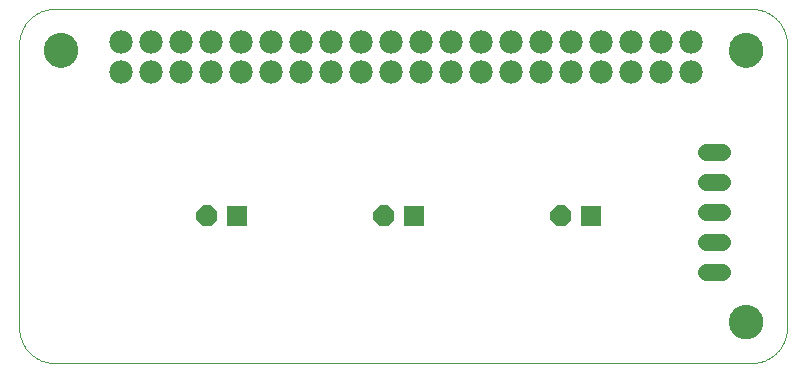
<source format=gbs>
G04 EAGLE Gerber RS-274X export*
G75*
%MOMM*%
%FSLAX34Y34*%
%LPD*%
%INBottom solder mask*%
%IPPOS*%
%AMOC8*
5,1,8,0,0,1.08239X$1,22.5*%
G01*
%ADD10C,0.000000*%
%ADD11C,2.901600*%
%ADD12R,1.778000X1.778000*%
%ADD13P,1.924489X8X22.500000*%
%ADD14C,1.422400*%
%ADD15C,1.981200*%


D10*
X33690Y411D02*
X623690Y411D01*
X653690Y30411D02*
X653690Y270363D01*
X623690Y300363D02*
X33690Y300363D01*
X3690Y270363D02*
X3690Y30411D01*
X3699Y29686D01*
X3725Y28962D01*
X3769Y28238D01*
X3830Y27516D01*
X3909Y26795D01*
X4005Y26076D01*
X4118Y25360D01*
X4249Y24647D01*
X4397Y23937D01*
X4562Y23232D01*
X4744Y22530D01*
X4943Y21833D01*
X5158Y21140D01*
X5391Y20454D01*
X5640Y19773D01*
X5905Y19098D01*
X6186Y18430D01*
X6484Y17769D01*
X6797Y17115D01*
X7126Y16469D01*
X7471Y15831D01*
X7831Y15202D01*
X8206Y14582D01*
X8596Y13971D01*
X9000Y13369D01*
X9419Y12777D01*
X9853Y12196D01*
X10300Y11625D01*
X10761Y11066D01*
X11235Y10517D01*
X11722Y9981D01*
X12222Y9456D01*
X12735Y8943D01*
X13260Y8443D01*
X13796Y7956D01*
X14345Y7482D01*
X14904Y7021D01*
X15475Y6574D01*
X16056Y6140D01*
X16648Y5721D01*
X17250Y5317D01*
X17861Y4927D01*
X18481Y4552D01*
X19110Y4192D01*
X19748Y3847D01*
X20394Y3518D01*
X21048Y3205D01*
X21709Y2907D01*
X22377Y2626D01*
X23052Y2361D01*
X23733Y2112D01*
X24419Y1879D01*
X25112Y1664D01*
X25809Y1465D01*
X26511Y1283D01*
X27216Y1118D01*
X27926Y970D01*
X28639Y839D01*
X29355Y726D01*
X30074Y630D01*
X30795Y551D01*
X31517Y490D01*
X32241Y446D01*
X32965Y420D01*
X33690Y411D01*
X623690Y411D02*
X624415Y420D01*
X625139Y446D01*
X625863Y490D01*
X626585Y551D01*
X627306Y630D01*
X628025Y726D01*
X628741Y839D01*
X629454Y970D01*
X630164Y1118D01*
X630869Y1283D01*
X631571Y1465D01*
X632268Y1664D01*
X632961Y1879D01*
X633647Y2112D01*
X634328Y2361D01*
X635003Y2626D01*
X635671Y2907D01*
X636332Y3205D01*
X636986Y3518D01*
X637632Y3847D01*
X638270Y4192D01*
X638899Y4552D01*
X639519Y4927D01*
X640130Y5317D01*
X640732Y5721D01*
X641324Y6140D01*
X641905Y6574D01*
X642476Y7021D01*
X643035Y7482D01*
X643584Y7956D01*
X644120Y8443D01*
X644645Y8943D01*
X645158Y9456D01*
X645658Y9981D01*
X646145Y10517D01*
X646619Y11066D01*
X647080Y11625D01*
X647527Y12196D01*
X647961Y12777D01*
X648380Y13369D01*
X648784Y13971D01*
X649174Y14582D01*
X649549Y15202D01*
X649909Y15831D01*
X650254Y16469D01*
X650583Y17115D01*
X650896Y17769D01*
X651194Y18430D01*
X651475Y19098D01*
X651740Y19773D01*
X651989Y20454D01*
X652222Y21140D01*
X652437Y21833D01*
X652636Y22530D01*
X652818Y23232D01*
X652983Y23937D01*
X653131Y24647D01*
X653262Y25360D01*
X653375Y26076D01*
X653471Y26795D01*
X653550Y27516D01*
X653611Y28238D01*
X653655Y28962D01*
X653681Y29686D01*
X653690Y30411D01*
X653690Y270363D02*
X653681Y271088D01*
X653655Y271812D01*
X653611Y272536D01*
X653550Y273258D01*
X653471Y273979D01*
X653375Y274698D01*
X653262Y275414D01*
X653131Y276127D01*
X652983Y276837D01*
X652818Y277542D01*
X652636Y278244D01*
X652437Y278941D01*
X652222Y279634D01*
X651989Y280320D01*
X651740Y281001D01*
X651475Y281676D01*
X651194Y282344D01*
X650896Y283005D01*
X650583Y283659D01*
X650254Y284305D01*
X649909Y284943D01*
X649549Y285572D01*
X649174Y286192D01*
X648784Y286803D01*
X648380Y287405D01*
X647961Y287997D01*
X647527Y288578D01*
X647080Y289149D01*
X646619Y289708D01*
X646145Y290257D01*
X645658Y290793D01*
X645158Y291318D01*
X644645Y291831D01*
X644120Y292331D01*
X643584Y292818D01*
X643035Y293292D01*
X642476Y293753D01*
X641905Y294200D01*
X641324Y294634D01*
X640732Y295053D01*
X640130Y295457D01*
X639519Y295847D01*
X638899Y296222D01*
X638270Y296582D01*
X637632Y296927D01*
X636986Y297256D01*
X636332Y297569D01*
X635671Y297867D01*
X635003Y298148D01*
X634328Y298413D01*
X633647Y298662D01*
X632961Y298895D01*
X632268Y299110D01*
X631571Y299309D01*
X630869Y299491D01*
X630164Y299656D01*
X629454Y299804D01*
X628741Y299935D01*
X628025Y300048D01*
X627306Y300144D01*
X626585Y300223D01*
X625863Y300284D01*
X625139Y300328D01*
X624415Y300354D01*
X623690Y300363D01*
X33690Y300363D02*
X32965Y300354D01*
X32241Y300328D01*
X31517Y300284D01*
X30795Y300223D01*
X30074Y300144D01*
X29355Y300048D01*
X28639Y299935D01*
X27926Y299804D01*
X27216Y299656D01*
X26511Y299491D01*
X25809Y299309D01*
X25112Y299110D01*
X24419Y298895D01*
X23733Y298662D01*
X23052Y298413D01*
X22377Y298148D01*
X21709Y297867D01*
X21048Y297569D01*
X20394Y297256D01*
X19748Y296927D01*
X19110Y296582D01*
X18481Y296222D01*
X17861Y295847D01*
X17250Y295457D01*
X16648Y295053D01*
X16056Y294634D01*
X15475Y294200D01*
X14904Y293753D01*
X14345Y293292D01*
X13796Y292818D01*
X13260Y292331D01*
X12735Y291831D01*
X12222Y291318D01*
X11722Y290793D01*
X11235Y290257D01*
X10761Y289708D01*
X10300Y289149D01*
X9853Y288578D01*
X9419Y287997D01*
X9000Y287405D01*
X8596Y286803D01*
X8206Y286192D01*
X7831Y285572D01*
X7471Y284943D01*
X7126Y284305D01*
X6797Y283659D01*
X6484Y283005D01*
X6186Y282344D01*
X5905Y281676D01*
X5640Y281001D01*
X5391Y280320D01*
X5158Y279634D01*
X4943Y278941D01*
X4744Y278244D01*
X4562Y277542D01*
X4397Y276837D01*
X4249Y276127D01*
X4118Y275414D01*
X4005Y274698D01*
X3909Y273979D01*
X3830Y273258D01*
X3769Y272536D01*
X3725Y271812D01*
X3699Y271088D01*
X3690Y270363D01*
X24690Y265363D02*
X24694Y265707D01*
X24707Y266050D01*
X24728Y266393D01*
X24757Y266735D01*
X24795Y267077D01*
X24842Y267417D01*
X24896Y267756D01*
X24959Y268094D01*
X25030Y268430D01*
X25110Y268765D01*
X25197Y269097D01*
X25293Y269427D01*
X25397Y269755D01*
X25508Y270079D01*
X25628Y270402D01*
X25756Y270721D01*
X25891Y271036D01*
X26034Y271349D01*
X26185Y271658D01*
X26343Y271963D01*
X26509Y272264D01*
X26682Y272560D01*
X26862Y272853D01*
X27049Y273141D01*
X27244Y273424D01*
X27445Y273703D01*
X27653Y273976D01*
X27868Y274245D01*
X28089Y274507D01*
X28317Y274765D01*
X28551Y275017D01*
X28791Y275262D01*
X29036Y275502D01*
X29288Y275736D01*
X29546Y275964D01*
X29808Y276185D01*
X30077Y276400D01*
X30350Y276608D01*
X30629Y276809D01*
X30912Y277004D01*
X31200Y277191D01*
X31493Y277371D01*
X31789Y277544D01*
X32090Y277710D01*
X32395Y277868D01*
X32704Y278019D01*
X33017Y278162D01*
X33332Y278297D01*
X33651Y278425D01*
X33974Y278545D01*
X34298Y278656D01*
X34626Y278760D01*
X34956Y278856D01*
X35288Y278943D01*
X35623Y279023D01*
X35959Y279094D01*
X36297Y279157D01*
X36636Y279211D01*
X36976Y279258D01*
X37318Y279296D01*
X37660Y279325D01*
X38003Y279346D01*
X38346Y279359D01*
X38690Y279363D01*
X39034Y279359D01*
X39377Y279346D01*
X39720Y279325D01*
X40062Y279296D01*
X40404Y279258D01*
X40744Y279211D01*
X41083Y279157D01*
X41421Y279094D01*
X41757Y279023D01*
X42092Y278943D01*
X42424Y278856D01*
X42754Y278760D01*
X43082Y278656D01*
X43406Y278545D01*
X43729Y278425D01*
X44048Y278297D01*
X44363Y278162D01*
X44676Y278019D01*
X44985Y277868D01*
X45290Y277710D01*
X45591Y277544D01*
X45887Y277371D01*
X46180Y277191D01*
X46468Y277004D01*
X46751Y276809D01*
X47030Y276608D01*
X47303Y276400D01*
X47572Y276185D01*
X47834Y275964D01*
X48092Y275736D01*
X48344Y275502D01*
X48589Y275262D01*
X48829Y275017D01*
X49063Y274765D01*
X49291Y274507D01*
X49512Y274245D01*
X49727Y273976D01*
X49935Y273703D01*
X50136Y273424D01*
X50331Y273141D01*
X50518Y272853D01*
X50698Y272560D01*
X50871Y272264D01*
X51037Y271963D01*
X51195Y271658D01*
X51346Y271349D01*
X51489Y271036D01*
X51624Y270721D01*
X51752Y270402D01*
X51872Y270079D01*
X51983Y269755D01*
X52087Y269427D01*
X52183Y269097D01*
X52270Y268765D01*
X52350Y268430D01*
X52421Y268094D01*
X52484Y267756D01*
X52538Y267417D01*
X52585Y267077D01*
X52623Y266735D01*
X52652Y266393D01*
X52673Y266050D01*
X52686Y265707D01*
X52690Y265363D01*
X52686Y265019D01*
X52673Y264676D01*
X52652Y264333D01*
X52623Y263991D01*
X52585Y263649D01*
X52538Y263309D01*
X52484Y262970D01*
X52421Y262632D01*
X52350Y262296D01*
X52270Y261961D01*
X52183Y261629D01*
X52087Y261299D01*
X51983Y260971D01*
X51872Y260647D01*
X51752Y260324D01*
X51624Y260005D01*
X51489Y259690D01*
X51346Y259377D01*
X51195Y259068D01*
X51037Y258763D01*
X50871Y258462D01*
X50698Y258166D01*
X50518Y257873D01*
X50331Y257585D01*
X50136Y257302D01*
X49935Y257023D01*
X49727Y256750D01*
X49512Y256481D01*
X49291Y256219D01*
X49063Y255961D01*
X48829Y255709D01*
X48589Y255464D01*
X48344Y255224D01*
X48092Y254990D01*
X47834Y254762D01*
X47572Y254541D01*
X47303Y254326D01*
X47030Y254118D01*
X46751Y253917D01*
X46468Y253722D01*
X46180Y253535D01*
X45887Y253355D01*
X45591Y253182D01*
X45290Y253016D01*
X44985Y252858D01*
X44676Y252707D01*
X44363Y252564D01*
X44048Y252429D01*
X43729Y252301D01*
X43406Y252181D01*
X43082Y252070D01*
X42754Y251966D01*
X42424Y251870D01*
X42092Y251783D01*
X41757Y251703D01*
X41421Y251632D01*
X41083Y251569D01*
X40744Y251515D01*
X40404Y251468D01*
X40062Y251430D01*
X39720Y251401D01*
X39377Y251380D01*
X39034Y251367D01*
X38690Y251363D01*
X38346Y251367D01*
X38003Y251380D01*
X37660Y251401D01*
X37318Y251430D01*
X36976Y251468D01*
X36636Y251515D01*
X36297Y251569D01*
X35959Y251632D01*
X35623Y251703D01*
X35288Y251783D01*
X34956Y251870D01*
X34626Y251966D01*
X34298Y252070D01*
X33974Y252181D01*
X33651Y252301D01*
X33332Y252429D01*
X33017Y252564D01*
X32704Y252707D01*
X32395Y252858D01*
X32090Y253016D01*
X31789Y253182D01*
X31493Y253355D01*
X31200Y253535D01*
X30912Y253722D01*
X30629Y253917D01*
X30350Y254118D01*
X30077Y254326D01*
X29808Y254541D01*
X29546Y254762D01*
X29288Y254990D01*
X29036Y255224D01*
X28791Y255464D01*
X28551Y255709D01*
X28317Y255961D01*
X28089Y256219D01*
X27868Y256481D01*
X27653Y256750D01*
X27445Y257023D01*
X27244Y257302D01*
X27049Y257585D01*
X26862Y257873D01*
X26682Y258166D01*
X26509Y258462D01*
X26343Y258763D01*
X26185Y259068D01*
X26034Y259377D01*
X25891Y259690D01*
X25756Y260005D01*
X25628Y260324D01*
X25508Y260647D01*
X25397Y260971D01*
X25293Y261299D01*
X25197Y261629D01*
X25110Y261961D01*
X25030Y262296D01*
X24959Y262632D01*
X24896Y262970D01*
X24842Y263309D01*
X24795Y263649D01*
X24757Y263991D01*
X24728Y264333D01*
X24707Y264676D01*
X24694Y265019D01*
X24690Y265363D01*
D11*
X38690Y265363D03*
D10*
X604690Y265363D02*
X604694Y265707D01*
X604707Y266050D01*
X604728Y266393D01*
X604757Y266735D01*
X604795Y267077D01*
X604842Y267417D01*
X604896Y267756D01*
X604959Y268094D01*
X605030Y268430D01*
X605110Y268765D01*
X605197Y269097D01*
X605293Y269427D01*
X605397Y269755D01*
X605508Y270079D01*
X605628Y270402D01*
X605756Y270721D01*
X605891Y271036D01*
X606034Y271349D01*
X606185Y271658D01*
X606343Y271963D01*
X606509Y272264D01*
X606682Y272560D01*
X606862Y272853D01*
X607049Y273141D01*
X607244Y273424D01*
X607445Y273703D01*
X607653Y273976D01*
X607868Y274245D01*
X608089Y274507D01*
X608317Y274765D01*
X608551Y275017D01*
X608791Y275262D01*
X609036Y275502D01*
X609288Y275736D01*
X609546Y275964D01*
X609808Y276185D01*
X610077Y276400D01*
X610350Y276608D01*
X610629Y276809D01*
X610912Y277004D01*
X611200Y277191D01*
X611493Y277371D01*
X611789Y277544D01*
X612090Y277710D01*
X612395Y277868D01*
X612704Y278019D01*
X613017Y278162D01*
X613332Y278297D01*
X613651Y278425D01*
X613974Y278545D01*
X614298Y278656D01*
X614626Y278760D01*
X614956Y278856D01*
X615288Y278943D01*
X615623Y279023D01*
X615959Y279094D01*
X616297Y279157D01*
X616636Y279211D01*
X616976Y279258D01*
X617318Y279296D01*
X617660Y279325D01*
X618003Y279346D01*
X618346Y279359D01*
X618690Y279363D01*
X619034Y279359D01*
X619377Y279346D01*
X619720Y279325D01*
X620062Y279296D01*
X620404Y279258D01*
X620744Y279211D01*
X621083Y279157D01*
X621421Y279094D01*
X621757Y279023D01*
X622092Y278943D01*
X622424Y278856D01*
X622754Y278760D01*
X623082Y278656D01*
X623406Y278545D01*
X623729Y278425D01*
X624048Y278297D01*
X624363Y278162D01*
X624676Y278019D01*
X624985Y277868D01*
X625290Y277710D01*
X625591Y277544D01*
X625887Y277371D01*
X626180Y277191D01*
X626468Y277004D01*
X626751Y276809D01*
X627030Y276608D01*
X627303Y276400D01*
X627572Y276185D01*
X627834Y275964D01*
X628092Y275736D01*
X628344Y275502D01*
X628589Y275262D01*
X628829Y275017D01*
X629063Y274765D01*
X629291Y274507D01*
X629512Y274245D01*
X629727Y273976D01*
X629935Y273703D01*
X630136Y273424D01*
X630331Y273141D01*
X630518Y272853D01*
X630698Y272560D01*
X630871Y272264D01*
X631037Y271963D01*
X631195Y271658D01*
X631346Y271349D01*
X631489Y271036D01*
X631624Y270721D01*
X631752Y270402D01*
X631872Y270079D01*
X631983Y269755D01*
X632087Y269427D01*
X632183Y269097D01*
X632270Y268765D01*
X632350Y268430D01*
X632421Y268094D01*
X632484Y267756D01*
X632538Y267417D01*
X632585Y267077D01*
X632623Y266735D01*
X632652Y266393D01*
X632673Y266050D01*
X632686Y265707D01*
X632690Y265363D01*
X632686Y265019D01*
X632673Y264676D01*
X632652Y264333D01*
X632623Y263991D01*
X632585Y263649D01*
X632538Y263309D01*
X632484Y262970D01*
X632421Y262632D01*
X632350Y262296D01*
X632270Y261961D01*
X632183Y261629D01*
X632087Y261299D01*
X631983Y260971D01*
X631872Y260647D01*
X631752Y260324D01*
X631624Y260005D01*
X631489Y259690D01*
X631346Y259377D01*
X631195Y259068D01*
X631037Y258763D01*
X630871Y258462D01*
X630698Y258166D01*
X630518Y257873D01*
X630331Y257585D01*
X630136Y257302D01*
X629935Y257023D01*
X629727Y256750D01*
X629512Y256481D01*
X629291Y256219D01*
X629063Y255961D01*
X628829Y255709D01*
X628589Y255464D01*
X628344Y255224D01*
X628092Y254990D01*
X627834Y254762D01*
X627572Y254541D01*
X627303Y254326D01*
X627030Y254118D01*
X626751Y253917D01*
X626468Y253722D01*
X626180Y253535D01*
X625887Y253355D01*
X625591Y253182D01*
X625290Y253016D01*
X624985Y252858D01*
X624676Y252707D01*
X624363Y252564D01*
X624048Y252429D01*
X623729Y252301D01*
X623406Y252181D01*
X623082Y252070D01*
X622754Y251966D01*
X622424Y251870D01*
X622092Y251783D01*
X621757Y251703D01*
X621421Y251632D01*
X621083Y251569D01*
X620744Y251515D01*
X620404Y251468D01*
X620062Y251430D01*
X619720Y251401D01*
X619377Y251380D01*
X619034Y251367D01*
X618690Y251363D01*
X618346Y251367D01*
X618003Y251380D01*
X617660Y251401D01*
X617318Y251430D01*
X616976Y251468D01*
X616636Y251515D01*
X616297Y251569D01*
X615959Y251632D01*
X615623Y251703D01*
X615288Y251783D01*
X614956Y251870D01*
X614626Y251966D01*
X614298Y252070D01*
X613974Y252181D01*
X613651Y252301D01*
X613332Y252429D01*
X613017Y252564D01*
X612704Y252707D01*
X612395Y252858D01*
X612090Y253016D01*
X611789Y253182D01*
X611493Y253355D01*
X611200Y253535D01*
X610912Y253722D01*
X610629Y253917D01*
X610350Y254118D01*
X610077Y254326D01*
X609808Y254541D01*
X609546Y254762D01*
X609288Y254990D01*
X609036Y255224D01*
X608791Y255464D01*
X608551Y255709D01*
X608317Y255961D01*
X608089Y256219D01*
X607868Y256481D01*
X607653Y256750D01*
X607445Y257023D01*
X607244Y257302D01*
X607049Y257585D01*
X606862Y257873D01*
X606682Y258166D01*
X606509Y258462D01*
X606343Y258763D01*
X606185Y259068D01*
X606034Y259377D01*
X605891Y259690D01*
X605756Y260005D01*
X605628Y260324D01*
X605508Y260647D01*
X605397Y260971D01*
X605293Y261299D01*
X605197Y261629D01*
X605110Y261961D01*
X605030Y262296D01*
X604959Y262632D01*
X604896Y262970D01*
X604842Y263309D01*
X604795Y263649D01*
X604757Y263991D01*
X604728Y264333D01*
X604707Y264676D01*
X604694Y265019D01*
X604690Y265363D01*
D11*
X618690Y265363D03*
D10*
X604690Y35411D02*
X604694Y35755D01*
X604707Y36098D01*
X604728Y36441D01*
X604757Y36783D01*
X604795Y37125D01*
X604842Y37465D01*
X604896Y37804D01*
X604959Y38142D01*
X605030Y38478D01*
X605110Y38813D01*
X605197Y39145D01*
X605293Y39475D01*
X605397Y39803D01*
X605508Y40127D01*
X605628Y40450D01*
X605756Y40769D01*
X605891Y41084D01*
X606034Y41397D01*
X606185Y41706D01*
X606343Y42011D01*
X606509Y42312D01*
X606682Y42608D01*
X606862Y42901D01*
X607049Y43189D01*
X607244Y43472D01*
X607445Y43751D01*
X607653Y44024D01*
X607868Y44293D01*
X608089Y44555D01*
X608317Y44813D01*
X608551Y45065D01*
X608791Y45310D01*
X609036Y45550D01*
X609288Y45784D01*
X609546Y46012D01*
X609808Y46233D01*
X610077Y46448D01*
X610350Y46656D01*
X610629Y46857D01*
X610912Y47052D01*
X611200Y47239D01*
X611493Y47419D01*
X611789Y47592D01*
X612090Y47758D01*
X612395Y47916D01*
X612704Y48067D01*
X613017Y48210D01*
X613332Y48345D01*
X613651Y48473D01*
X613974Y48593D01*
X614298Y48704D01*
X614626Y48808D01*
X614956Y48904D01*
X615288Y48991D01*
X615623Y49071D01*
X615959Y49142D01*
X616297Y49205D01*
X616636Y49259D01*
X616976Y49306D01*
X617318Y49344D01*
X617660Y49373D01*
X618003Y49394D01*
X618346Y49407D01*
X618690Y49411D01*
X619034Y49407D01*
X619377Y49394D01*
X619720Y49373D01*
X620062Y49344D01*
X620404Y49306D01*
X620744Y49259D01*
X621083Y49205D01*
X621421Y49142D01*
X621757Y49071D01*
X622092Y48991D01*
X622424Y48904D01*
X622754Y48808D01*
X623082Y48704D01*
X623406Y48593D01*
X623729Y48473D01*
X624048Y48345D01*
X624363Y48210D01*
X624676Y48067D01*
X624985Y47916D01*
X625290Y47758D01*
X625591Y47592D01*
X625887Y47419D01*
X626180Y47239D01*
X626468Y47052D01*
X626751Y46857D01*
X627030Y46656D01*
X627303Y46448D01*
X627572Y46233D01*
X627834Y46012D01*
X628092Y45784D01*
X628344Y45550D01*
X628589Y45310D01*
X628829Y45065D01*
X629063Y44813D01*
X629291Y44555D01*
X629512Y44293D01*
X629727Y44024D01*
X629935Y43751D01*
X630136Y43472D01*
X630331Y43189D01*
X630518Y42901D01*
X630698Y42608D01*
X630871Y42312D01*
X631037Y42011D01*
X631195Y41706D01*
X631346Y41397D01*
X631489Y41084D01*
X631624Y40769D01*
X631752Y40450D01*
X631872Y40127D01*
X631983Y39803D01*
X632087Y39475D01*
X632183Y39145D01*
X632270Y38813D01*
X632350Y38478D01*
X632421Y38142D01*
X632484Y37804D01*
X632538Y37465D01*
X632585Y37125D01*
X632623Y36783D01*
X632652Y36441D01*
X632673Y36098D01*
X632686Y35755D01*
X632690Y35411D01*
X632686Y35067D01*
X632673Y34724D01*
X632652Y34381D01*
X632623Y34039D01*
X632585Y33697D01*
X632538Y33357D01*
X632484Y33018D01*
X632421Y32680D01*
X632350Y32344D01*
X632270Y32009D01*
X632183Y31677D01*
X632087Y31347D01*
X631983Y31019D01*
X631872Y30695D01*
X631752Y30372D01*
X631624Y30053D01*
X631489Y29738D01*
X631346Y29425D01*
X631195Y29116D01*
X631037Y28811D01*
X630871Y28510D01*
X630698Y28214D01*
X630518Y27921D01*
X630331Y27633D01*
X630136Y27350D01*
X629935Y27071D01*
X629727Y26798D01*
X629512Y26529D01*
X629291Y26267D01*
X629063Y26009D01*
X628829Y25757D01*
X628589Y25512D01*
X628344Y25272D01*
X628092Y25038D01*
X627834Y24810D01*
X627572Y24589D01*
X627303Y24374D01*
X627030Y24166D01*
X626751Y23965D01*
X626468Y23770D01*
X626180Y23583D01*
X625887Y23403D01*
X625591Y23230D01*
X625290Y23064D01*
X624985Y22906D01*
X624676Y22755D01*
X624363Y22612D01*
X624048Y22477D01*
X623729Y22349D01*
X623406Y22229D01*
X623082Y22118D01*
X622754Y22014D01*
X622424Y21918D01*
X622092Y21831D01*
X621757Y21751D01*
X621421Y21680D01*
X621083Y21617D01*
X620744Y21563D01*
X620404Y21516D01*
X620062Y21478D01*
X619720Y21449D01*
X619377Y21428D01*
X619034Y21415D01*
X618690Y21411D01*
X618346Y21415D01*
X618003Y21428D01*
X617660Y21449D01*
X617318Y21478D01*
X616976Y21516D01*
X616636Y21563D01*
X616297Y21617D01*
X615959Y21680D01*
X615623Y21751D01*
X615288Y21831D01*
X614956Y21918D01*
X614626Y22014D01*
X614298Y22118D01*
X613974Y22229D01*
X613651Y22349D01*
X613332Y22477D01*
X613017Y22612D01*
X612704Y22755D01*
X612395Y22906D01*
X612090Y23064D01*
X611789Y23230D01*
X611493Y23403D01*
X611200Y23583D01*
X610912Y23770D01*
X610629Y23965D01*
X610350Y24166D01*
X610077Y24374D01*
X609808Y24589D01*
X609546Y24810D01*
X609288Y25038D01*
X609036Y25272D01*
X608791Y25512D01*
X608551Y25757D01*
X608317Y26009D01*
X608089Y26267D01*
X607868Y26529D01*
X607653Y26798D01*
X607445Y27071D01*
X607244Y27350D01*
X607049Y27633D01*
X606862Y27921D01*
X606682Y28214D01*
X606509Y28510D01*
X606343Y28811D01*
X606185Y29116D01*
X606034Y29425D01*
X605891Y29738D01*
X605756Y30053D01*
X605628Y30372D01*
X605508Y30695D01*
X605397Y31019D01*
X605293Y31347D01*
X605197Y31677D01*
X605110Y32009D01*
X605030Y32344D01*
X604959Y32680D01*
X604896Y33018D01*
X604842Y33357D01*
X604795Y33697D01*
X604757Y34039D01*
X604728Y34381D01*
X604707Y34724D01*
X604694Y35067D01*
X604690Y35411D01*
D11*
X618690Y35411D03*
D12*
X187700Y125000D03*
D13*
X162300Y125000D03*
D12*
X337700Y125000D03*
D13*
X312300Y125000D03*
D12*
X487700Y125000D03*
D13*
X462300Y125000D03*
D14*
X585237Y178784D02*
X598445Y178784D01*
X598445Y153384D02*
X585237Y153384D01*
X585237Y127984D02*
X598445Y127984D01*
X598445Y102584D02*
X585237Y102584D01*
X585237Y77184D02*
X598445Y77184D01*
D15*
X115479Y272579D03*
X140879Y272579D03*
X166279Y272579D03*
X191679Y272579D03*
X217079Y272579D03*
X242479Y272579D03*
X267879Y272579D03*
X293279Y272579D03*
X318679Y272579D03*
X344079Y272579D03*
X369479Y272579D03*
X394879Y272579D03*
X420279Y272579D03*
X445679Y272579D03*
X471179Y272579D03*
X496479Y272579D03*
X521879Y272579D03*
X547279Y272579D03*
X572679Y272579D03*
X115479Y247179D03*
X140879Y247179D03*
X166279Y247179D03*
X191679Y247179D03*
X217079Y247179D03*
X242479Y247179D03*
X267879Y247179D03*
X293279Y247179D03*
X318679Y247179D03*
X344079Y247179D03*
X369479Y247179D03*
X394879Y247179D03*
X420279Y247179D03*
X445679Y247179D03*
X471079Y247179D03*
X496479Y247179D03*
X521879Y247179D03*
X547279Y247179D03*
X572679Y247179D03*
X90079Y272579D03*
X90079Y247179D03*
M02*

</source>
